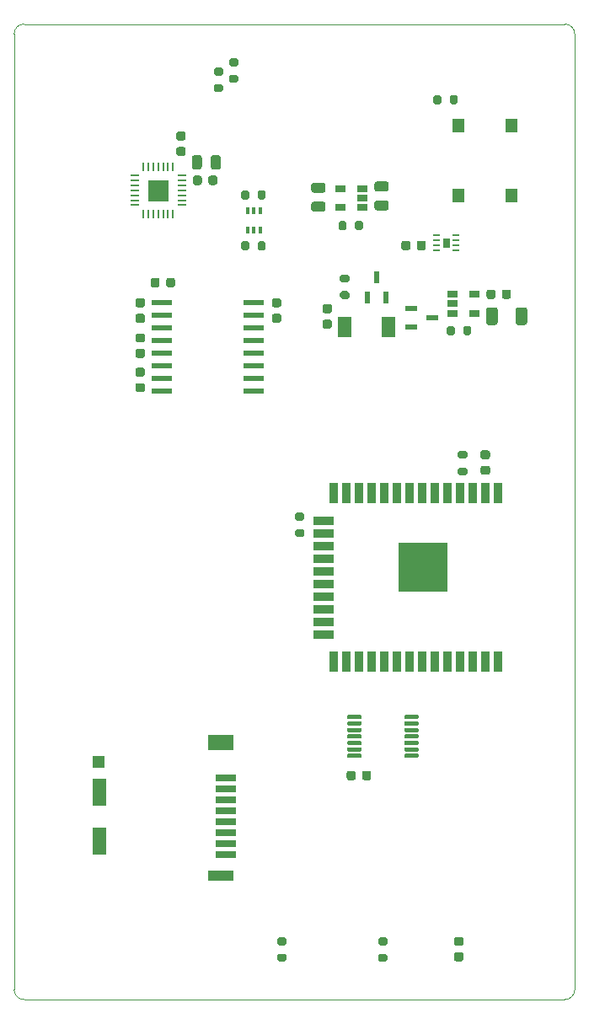
<source format=gtp>
%TF.GenerationSoftware,KiCad,Pcbnew,5.1.10-88a1d61d58~88~ubuntu20.04.1*%
%TF.CreationDate,2021-06-25T13:29:56-05:00*%
%TF.ProjectId,MiOrigin,4d694f72-6967-4696-9e2e-6b696361645f,rev?*%
%TF.SameCoordinates,Original*%
%TF.FileFunction,Paste,Top*%
%TF.FilePolarity,Positive*%
%FSLAX46Y46*%
G04 Gerber Fmt 4.6, Leading zero omitted, Abs format (unit mm)*
G04 Created by KiCad (PCBNEW 5.1.10-88a1d61d58~88~ubuntu20.04.1) date 2021-06-25 13:29:56*
%MOMM*%
%LPD*%
G01*
G04 APERTURE LIST*
%TA.AperFunction,Profile*%
%ADD10C,0.010000*%
%TD*%
%ADD11C,0.010000*%
%ADD12R,0.260000X0.970000*%
%ADD13R,0.970000X0.260000*%
%ADD14R,0.760000X0.270000*%
%ADD15R,1.200000X1.400000*%
%ADD16R,2.000000X0.700000*%
%ADD17R,2.600000X1.000000*%
%ADD18R,2.600000X1.500000*%
%ADD19R,1.400000X2.700000*%
%ADD20R,1.200000X1.200000*%
%ADD21R,2.060000X0.600000*%
%ADD22R,0.400000X0.650000*%
%ADD23R,1.060000X0.650000*%
%ADD24R,1.300000X0.600000*%
%ADD25R,1.400000X2.100000*%
%ADD26R,0.600000X1.300000*%
%ADD27R,0.900000X2.000000*%
%ADD28R,2.000000X0.900000*%
%ADD29R,5.000000X5.000000*%
G04 APERTURE END LIST*
D10*
X125580000Y-143500000D02*
G75*
G02*
X124580000Y-142500000I0J1000000D01*
G01*
X180920000Y-142500000D02*
G75*
G02*
X179920000Y-143500000I-1000000J0D01*
G01*
X179920000Y-45500000D02*
G75*
G02*
X180920000Y-46500000I0J-1000000D01*
G01*
X124580000Y-46500000D02*
G75*
G02*
X125580000Y-45500000I1000000J0D01*
G01*
X124580000Y-142500000D02*
X124580000Y-46500000D01*
X180920000Y-142500000D02*
X180920000Y-46500000D01*
X179920000Y-143500000D02*
X125580000Y-143500000D01*
X125580000Y-45500000D02*
X179920000Y-45500000D01*
D11*
%TO.C,U2*%
G36*
X140050000Y-63200000D02*
G01*
X138050000Y-63200000D01*
X138050000Y-61200000D01*
X140050000Y-61200000D01*
X140050000Y-63200000D01*
G37*
X140050000Y-63200000D02*
X138050000Y-63200000D01*
X138050000Y-61200000D01*
X140050000Y-61200000D01*
X140050000Y-63200000D01*
%TO.C,U6*%
G36*
X167695000Y-67040000D02*
G01*
X168255000Y-67040000D01*
X168255000Y-67860000D01*
X167695000Y-67860000D01*
X167695000Y-67040000D01*
G37*
X167695000Y-67040000D02*
X168255000Y-67040000D01*
X168255000Y-67860000D01*
X167695000Y-67860000D01*
X167695000Y-67040000D01*
%TD*%
%TO.C,C19*%
G36*
G01*
X144350000Y-59875000D02*
X144350000Y-58925000D01*
G75*
G02*
X144600000Y-58675000I250000J0D01*
G01*
X145100000Y-58675000D01*
G75*
G02*
X145350000Y-58925000I0J-250000D01*
G01*
X145350000Y-59875000D01*
G75*
G02*
X145100000Y-60125000I-250000J0D01*
G01*
X144600000Y-60125000D01*
G75*
G02*
X144350000Y-59875000I0J250000D01*
G01*
G37*
G36*
G01*
X142450000Y-59875000D02*
X142450000Y-58925000D01*
G75*
G02*
X142700000Y-58675000I250000J0D01*
G01*
X143200000Y-58675000D01*
G75*
G02*
X143450000Y-58925000I0J-250000D01*
G01*
X143450000Y-59875000D01*
G75*
G02*
X143200000Y-60125000I-250000J0D01*
G01*
X142700000Y-60125000D01*
G75*
G02*
X142450000Y-59875000I0J250000D01*
G01*
G37*
%TD*%
D12*
%TO.C,U2*%
X140550000Y-59830000D03*
X140050000Y-59830000D03*
X139550000Y-59830000D03*
X139050000Y-59830000D03*
X138550000Y-59830000D03*
X138050000Y-59830000D03*
X137550000Y-59830000D03*
X137550000Y-64570000D03*
X138050000Y-64570000D03*
X138550000Y-64570000D03*
X139050000Y-64570000D03*
X139550000Y-64570000D03*
X140050000Y-64570000D03*
X140550000Y-64570000D03*
D13*
X141420000Y-63700000D03*
X141420000Y-63200000D03*
X141420000Y-62700000D03*
X141420000Y-62200000D03*
X141420000Y-61700000D03*
X141420000Y-61200000D03*
X141420000Y-60700000D03*
X136680000Y-60700000D03*
X136680000Y-61200000D03*
X136680000Y-61700000D03*
X136680000Y-62200000D03*
X136680000Y-62700000D03*
X136680000Y-63200000D03*
X136680000Y-63700000D03*
%TD*%
%TO.C,C18*%
G36*
G01*
X144100000Y-61450000D02*
X144100000Y-60950000D01*
G75*
G02*
X144325000Y-60725000I225000J0D01*
G01*
X144775000Y-60725000D01*
G75*
G02*
X145000000Y-60950000I0J-225000D01*
G01*
X145000000Y-61450000D01*
G75*
G02*
X144775000Y-61675000I-225000J0D01*
G01*
X144325000Y-61675000D01*
G75*
G02*
X144100000Y-61450000I0J225000D01*
G01*
G37*
G36*
G01*
X142550000Y-61450000D02*
X142550000Y-60950000D01*
G75*
G02*
X142775000Y-60725000I225000J0D01*
G01*
X143225000Y-60725000D01*
G75*
G02*
X143450000Y-60950000I0J-225000D01*
G01*
X143450000Y-61450000D01*
G75*
G02*
X143225000Y-61675000I-225000J0D01*
G01*
X142775000Y-61675000D01*
G75*
G02*
X142550000Y-61450000I0J225000D01*
G01*
G37*
%TD*%
%TO.C,C10*%
G36*
G01*
X141600000Y-57200000D02*
X141100000Y-57200000D01*
G75*
G02*
X140875000Y-56975000I0J225000D01*
G01*
X140875000Y-56525000D01*
G75*
G02*
X141100000Y-56300000I225000J0D01*
G01*
X141600000Y-56300000D01*
G75*
G02*
X141825000Y-56525000I0J-225000D01*
G01*
X141825000Y-56975000D01*
G75*
G02*
X141600000Y-57200000I-225000J0D01*
G01*
G37*
G36*
G01*
X141600000Y-58750000D02*
X141100000Y-58750000D01*
G75*
G02*
X140875000Y-58525000I0J225000D01*
G01*
X140875000Y-58075000D01*
G75*
G02*
X141100000Y-57850000I225000J0D01*
G01*
X141600000Y-57850000D01*
G75*
G02*
X141825000Y-58075000I0J-225000D01*
G01*
X141825000Y-58525000D01*
G75*
G02*
X141600000Y-58750000I-225000J0D01*
G01*
G37*
%TD*%
%TO.C,U7*%
G36*
G01*
X165240000Y-118920000D02*
X165240000Y-119120000D01*
G75*
G02*
X165140000Y-119220000I-100000J0D01*
G01*
X163865000Y-119220000D01*
G75*
G02*
X163765000Y-119120000I0J100000D01*
G01*
X163765000Y-118920000D01*
G75*
G02*
X163865000Y-118820000I100000J0D01*
G01*
X165140000Y-118820000D01*
G75*
G02*
X165240000Y-118920000I0J-100000D01*
G01*
G37*
G36*
G01*
X165240000Y-118270000D02*
X165240000Y-118470000D01*
G75*
G02*
X165140000Y-118570000I-100000J0D01*
G01*
X163865000Y-118570000D01*
G75*
G02*
X163765000Y-118470000I0J100000D01*
G01*
X163765000Y-118270000D01*
G75*
G02*
X163865000Y-118170000I100000J0D01*
G01*
X165140000Y-118170000D01*
G75*
G02*
X165240000Y-118270000I0J-100000D01*
G01*
G37*
G36*
G01*
X165240000Y-117620000D02*
X165240000Y-117820000D01*
G75*
G02*
X165140000Y-117920000I-100000J0D01*
G01*
X163865000Y-117920000D01*
G75*
G02*
X163765000Y-117820000I0J100000D01*
G01*
X163765000Y-117620000D01*
G75*
G02*
X163865000Y-117520000I100000J0D01*
G01*
X165140000Y-117520000D01*
G75*
G02*
X165240000Y-117620000I0J-100000D01*
G01*
G37*
G36*
G01*
X165240000Y-116970000D02*
X165240000Y-117170000D01*
G75*
G02*
X165140000Y-117270000I-100000J0D01*
G01*
X163865000Y-117270000D01*
G75*
G02*
X163765000Y-117170000I0J100000D01*
G01*
X163765000Y-116970000D01*
G75*
G02*
X163865000Y-116870000I100000J0D01*
G01*
X165140000Y-116870000D01*
G75*
G02*
X165240000Y-116970000I0J-100000D01*
G01*
G37*
G36*
G01*
X165240000Y-116320000D02*
X165240000Y-116520000D01*
G75*
G02*
X165140000Y-116620000I-100000J0D01*
G01*
X163865000Y-116620000D01*
G75*
G02*
X163765000Y-116520000I0J100000D01*
G01*
X163765000Y-116320000D01*
G75*
G02*
X163865000Y-116220000I100000J0D01*
G01*
X165140000Y-116220000D01*
G75*
G02*
X165240000Y-116320000I0J-100000D01*
G01*
G37*
G36*
G01*
X165240000Y-115670000D02*
X165240000Y-115870000D01*
G75*
G02*
X165140000Y-115970000I-100000J0D01*
G01*
X163865000Y-115970000D01*
G75*
G02*
X163765000Y-115870000I0J100000D01*
G01*
X163765000Y-115670000D01*
G75*
G02*
X163865000Y-115570000I100000J0D01*
G01*
X165140000Y-115570000D01*
G75*
G02*
X165240000Y-115670000I0J-100000D01*
G01*
G37*
G36*
G01*
X165240000Y-115020000D02*
X165240000Y-115220000D01*
G75*
G02*
X165140000Y-115320000I-100000J0D01*
G01*
X163865000Y-115320000D01*
G75*
G02*
X163765000Y-115220000I0J100000D01*
G01*
X163765000Y-115020000D01*
G75*
G02*
X163865000Y-114920000I100000J0D01*
G01*
X165140000Y-114920000D01*
G75*
G02*
X165240000Y-115020000I0J-100000D01*
G01*
G37*
G36*
G01*
X159515000Y-115020000D02*
X159515000Y-115220000D01*
G75*
G02*
X159415000Y-115320000I-100000J0D01*
G01*
X158140000Y-115320000D01*
G75*
G02*
X158040000Y-115220000I0J100000D01*
G01*
X158040000Y-115020000D01*
G75*
G02*
X158140000Y-114920000I100000J0D01*
G01*
X159415000Y-114920000D01*
G75*
G02*
X159515000Y-115020000I0J-100000D01*
G01*
G37*
G36*
G01*
X159515000Y-115670000D02*
X159515000Y-115870000D01*
G75*
G02*
X159415000Y-115970000I-100000J0D01*
G01*
X158140000Y-115970000D01*
G75*
G02*
X158040000Y-115870000I0J100000D01*
G01*
X158040000Y-115670000D01*
G75*
G02*
X158140000Y-115570000I100000J0D01*
G01*
X159415000Y-115570000D01*
G75*
G02*
X159515000Y-115670000I0J-100000D01*
G01*
G37*
G36*
G01*
X159515000Y-116320000D02*
X159515000Y-116520000D01*
G75*
G02*
X159415000Y-116620000I-100000J0D01*
G01*
X158140000Y-116620000D01*
G75*
G02*
X158040000Y-116520000I0J100000D01*
G01*
X158040000Y-116320000D01*
G75*
G02*
X158140000Y-116220000I100000J0D01*
G01*
X159415000Y-116220000D01*
G75*
G02*
X159515000Y-116320000I0J-100000D01*
G01*
G37*
G36*
G01*
X159515000Y-116970000D02*
X159515000Y-117170000D01*
G75*
G02*
X159415000Y-117270000I-100000J0D01*
G01*
X158140000Y-117270000D01*
G75*
G02*
X158040000Y-117170000I0J100000D01*
G01*
X158040000Y-116970000D01*
G75*
G02*
X158140000Y-116870000I100000J0D01*
G01*
X159415000Y-116870000D01*
G75*
G02*
X159515000Y-116970000I0J-100000D01*
G01*
G37*
G36*
G01*
X159515000Y-117620000D02*
X159515000Y-117820000D01*
G75*
G02*
X159415000Y-117920000I-100000J0D01*
G01*
X158140000Y-117920000D01*
G75*
G02*
X158040000Y-117820000I0J100000D01*
G01*
X158040000Y-117620000D01*
G75*
G02*
X158140000Y-117520000I100000J0D01*
G01*
X159415000Y-117520000D01*
G75*
G02*
X159515000Y-117620000I0J-100000D01*
G01*
G37*
G36*
G01*
X159515000Y-118270000D02*
X159515000Y-118470000D01*
G75*
G02*
X159415000Y-118570000I-100000J0D01*
G01*
X158140000Y-118570000D01*
G75*
G02*
X158040000Y-118470000I0J100000D01*
G01*
X158040000Y-118270000D01*
G75*
G02*
X158140000Y-118170000I100000J0D01*
G01*
X159415000Y-118170000D01*
G75*
G02*
X159515000Y-118270000I0J-100000D01*
G01*
G37*
G36*
G01*
X159515000Y-118920000D02*
X159515000Y-119120000D01*
G75*
G02*
X159415000Y-119220000I-100000J0D01*
G01*
X158140000Y-119220000D01*
G75*
G02*
X158040000Y-119120000I0J100000D01*
G01*
X158040000Y-118920000D01*
G75*
G02*
X158140000Y-118820000I100000J0D01*
G01*
X159415000Y-118820000D01*
G75*
G02*
X159515000Y-118920000I0J-100000D01*
G01*
G37*
%TD*%
D14*
%TO.C,U6*%
X168960000Y-66700000D03*
X168960000Y-67200000D03*
X168960000Y-67700000D03*
X168960000Y-68200000D03*
X166990000Y-68200000D03*
X166990000Y-67700000D03*
X166990000Y-67200000D03*
X166990000Y-66700000D03*
%TD*%
D15*
%TO.C,S3*%
X169210800Y-55716600D03*
X169210800Y-62716600D03*
%TD*%
%TO.C,S2*%
X174595600Y-55711400D03*
X174595600Y-62711400D03*
%TD*%
D16*
%TO.C,J3*%
X145886800Y-128946400D03*
X145886800Y-127846400D03*
X145886800Y-126746400D03*
X145886800Y-125646400D03*
X145886800Y-124546400D03*
X145886800Y-123446400D03*
X145886800Y-122346400D03*
X145886800Y-121246400D03*
D17*
X145386800Y-131046400D03*
D18*
X145386800Y-117696400D03*
D19*
X133186800Y-122646400D03*
X133186800Y-127546400D03*
D20*
X133086800Y-119596400D03*
%TD*%
%TO.C,C11*%
G36*
G01*
X159550000Y-121250000D02*
X159550000Y-120750000D01*
G75*
G02*
X159775000Y-120525000I225000J0D01*
G01*
X160225000Y-120525000D01*
G75*
G02*
X160450000Y-120750000I0J-225000D01*
G01*
X160450000Y-121250000D01*
G75*
G02*
X160225000Y-121475000I-225000J0D01*
G01*
X159775000Y-121475000D01*
G75*
G02*
X159550000Y-121250000I0J225000D01*
G01*
G37*
G36*
G01*
X158000000Y-121250000D02*
X158000000Y-120750000D01*
G75*
G02*
X158225000Y-120525000I225000J0D01*
G01*
X158675000Y-120525000D01*
G75*
G02*
X158900000Y-120750000I0J-225000D01*
G01*
X158900000Y-121250000D01*
G75*
G02*
X158675000Y-121475000I-225000J0D01*
G01*
X158225000Y-121475000D01*
G75*
G02*
X158000000Y-121250000I0J225000D01*
G01*
G37*
%TD*%
%TO.C,C8*%
G36*
G01*
X165050000Y-68000000D02*
X165050000Y-67500000D01*
G75*
G02*
X165275000Y-67275000I225000J0D01*
G01*
X165725000Y-67275000D01*
G75*
G02*
X165950000Y-67500000I0J-225000D01*
G01*
X165950000Y-68000000D01*
G75*
G02*
X165725000Y-68225000I-225000J0D01*
G01*
X165275000Y-68225000D01*
G75*
G02*
X165050000Y-68000000I0J225000D01*
G01*
G37*
G36*
G01*
X163500000Y-68000000D02*
X163500000Y-67500000D01*
G75*
G02*
X163725000Y-67275000I225000J0D01*
G01*
X164175000Y-67275000D01*
G75*
G02*
X164400000Y-67500000I0J-225000D01*
G01*
X164400000Y-68000000D01*
G75*
G02*
X164175000Y-68225000I-225000J0D01*
G01*
X163725000Y-68225000D01*
G75*
G02*
X163500000Y-68000000I0J225000D01*
G01*
G37*
%TD*%
%TO.C,C4*%
G36*
G01*
X156300000Y-74550000D02*
X155800000Y-74550000D01*
G75*
G02*
X155575000Y-74325000I0J225000D01*
G01*
X155575000Y-73875000D01*
G75*
G02*
X155800000Y-73650000I225000J0D01*
G01*
X156300000Y-73650000D01*
G75*
G02*
X156525000Y-73875000I0J-225000D01*
G01*
X156525000Y-74325000D01*
G75*
G02*
X156300000Y-74550000I-225000J0D01*
G01*
G37*
G36*
G01*
X156300000Y-76100000D02*
X155800000Y-76100000D01*
G75*
G02*
X155575000Y-75875000I0J225000D01*
G01*
X155575000Y-75425000D01*
G75*
G02*
X155800000Y-75200000I225000J0D01*
G01*
X156300000Y-75200000D01*
G75*
G02*
X156525000Y-75425000I0J-225000D01*
G01*
X156525000Y-75875000D01*
G75*
G02*
X156300000Y-76100000I-225000J0D01*
G01*
G37*
%TD*%
%TO.C,C2*%
G36*
G01*
X154681000Y-63346000D02*
X155631000Y-63346000D01*
G75*
G02*
X155881000Y-63596000I0J-250000D01*
G01*
X155881000Y-64096000D01*
G75*
G02*
X155631000Y-64346000I-250000J0D01*
G01*
X154681000Y-64346000D01*
G75*
G02*
X154431000Y-64096000I0J250000D01*
G01*
X154431000Y-63596000D01*
G75*
G02*
X154681000Y-63346000I250000J0D01*
G01*
G37*
G36*
G01*
X154681000Y-61446000D02*
X155631000Y-61446000D01*
G75*
G02*
X155881000Y-61696000I0J-250000D01*
G01*
X155881000Y-62196000D01*
G75*
G02*
X155631000Y-62446000I-250000J0D01*
G01*
X154681000Y-62446000D01*
G75*
G02*
X154431000Y-62196000I0J250000D01*
G01*
X154431000Y-61696000D01*
G75*
G02*
X154681000Y-61446000I250000J0D01*
G01*
G37*
%TD*%
D21*
%TO.C,U8*%
X148690000Y-73510000D03*
X148690000Y-74780000D03*
X148690000Y-76050000D03*
X148690000Y-77320000D03*
X148690000Y-78590000D03*
X148690000Y-79860000D03*
X148690000Y-81130000D03*
X148690000Y-82400000D03*
X139410000Y-82400000D03*
X139410000Y-81130000D03*
X139410000Y-79860000D03*
X139410000Y-78590000D03*
X139410000Y-77320000D03*
X139410000Y-76050000D03*
X139410000Y-74780000D03*
X139410000Y-73510000D03*
%TD*%
%TO.C,C7*%
G36*
G01*
X174975000Y-75500001D02*
X174975000Y-74199999D01*
G75*
G02*
X175224999Y-73950000I249999J0D01*
G01*
X175875001Y-73950000D01*
G75*
G02*
X176125000Y-74199999I0J-249999D01*
G01*
X176125000Y-75500001D01*
G75*
G02*
X175875001Y-75750000I-249999J0D01*
G01*
X175224999Y-75750000D01*
G75*
G02*
X174975000Y-75500001I0J249999D01*
G01*
G37*
G36*
G01*
X172025000Y-75500001D02*
X172025000Y-74199999D01*
G75*
G02*
X172274999Y-73950000I249999J0D01*
G01*
X172925001Y-73950000D01*
G75*
G02*
X173175000Y-74199999I0J-249999D01*
G01*
X173175000Y-75500001D01*
G75*
G02*
X172925001Y-75750000I-249999J0D01*
G01*
X172274999Y-75750000D01*
G75*
G02*
X172025000Y-75500001I0J249999D01*
G01*
G37*
%TD*%
%TO.C,C3*%
G36*
G01*
X161031000Y-63224000D02*
X161981000Y-63224000D01*
G75*
G02*
X162231000Y-63474000I0J-250000D01*
G01*
X162231000Y-63974000D01*
G75*
G02*
X161981000Y-64224000I-250000J0D01*
G01*
X161031000Y-64224000D01*
G75*
G02*
X160781000Y-63974000I0J250000D01*
G01*
X160781000Y-63474000D01*
G75*
G02*
X161031000Y-63224000I250000J0D01*
G01*
G37*
G36*
G01*
X161031000Y-61324000D02*
X161981000Y-61324000D01*
G75*
G02*
X162231000Y-61574000I0J-250000D01*
G01*
X162231000Y-62074000D01*
G75*
G02*
X161981000Y-62324000I-250000J0D01*
G01*
X161031000Y-62324000D01*
G75*
G02*
X160781000Y-62074000I0J250000D01*
G01*
X160781000Y-61574000D01*
G75*
G02*
X161031000Y-61324000I250000J0D01*
G01*
G37*
%TD*%
%TO.C,R17*%
G36*
G01*
X161365000Y-138905600D02*
X161915000Y-138905600D01*
G75*
G02*
X162115000Y-139105600I0J-200000D01*
G01*
X162115000Y-139505600D01*
G75*
G02*
X161915000Y-139705600I-200000J0D01*
G01*
X161365000Y-139705600D01*
G75*
G02*
X161165000Y-139505600I0J200000D01*
G01*
X161165000Y-139105600D01*
G75*
G02*
X161365000Y-138905600I200000J0D01*
G01*
G37*
G36*
G01*
X161365000Y-137255600D02*
X161915000Y-137255600D01*
G75*
G02*
X162115000Y-137455600I0J-200000D01*
G01*
X162115000Y-137855600D01*
G75*
G02*
X161915000Y-138055600I-200000J0D01*
G01*
X161365000Y-138055600D01*
G75*
G02*
X161165000Y-137855600I0J200000D01*
G01*
X161165000Y-137455600D01*
G75*
G02*
X161365000Y-137255600I200000J0D01*
G01*
G37*
%TD*%
%TO.C,R16*%
G36*
G01*
X151205000Y-138892400D02*
X151755000Y-138892400D01*
G75*
G02*
X151955000Y-139092400I0J-200000D01*
G01*
X151955000Y-139492400D01*
G75*
G02*
X151755000Y-139692400I-200000J0D01*
G01*
X151205000Y-139692400D01*
G75*
G02*
X151005000Y-139492400I0J200000D01*
G01*
X151005000Y-139092400D01*
G75*
G02*
X151205000Y-138892400I200000J0D01*
G01*
G37*
G36*
G01*
X151205000Y-137242400D02*
X151755000Y-137242400D01*
G75*
G02*
X151955000Y-137442400I0J-200000D01*
G01*
X151955000Y-137842400D01*
G75*
G02*
X151755000Y-138042400I-200000J0D01*
G01*
X151205000Y-138042400D01*
G75*
G02*
X151005000Y-137842400I0J200000D01*
G01*
X151005000Y-137442400D01*
G75*
G02*
X151205000Y-137242400I200000J0D01*
G01*
G37*
%TD*%
D22*
%TO.C,Q1*%
X148034800Y-64262600D03*
X149334800Y-64262600D03*
X148684800Y-66162600D03*
X148684800Y-64262600D03*
X149334800Y-66162600D03*
X148034800Y-66162600D03*
%TD*%
%TO.C,C9*%
G36*
G01*
X169510000Y-138104000D02*
X169010000Y-138104000D01*
G75*
G02*
X168785000Y-137879000I0J225000D01*
G01*
X168785000Y-137429000D01*
G75*
G02*
X169010000Y-137204000I225000J0D01*
G01*
X169510000Y-137204000D01*
G75*
G02*
X169735000Y-137429000I0J-225000D01*
G01*
X169735000Y-137879000D01*
G75*
G02*
X169510000Y-138104000I-225000J0D01*
G01*
G37*
G36*
G01*
X169510000Y-139654000D02*
X169010000Y-139654000D01*
G75*
G02*
X168785000Y-139429000I0J225000D01*
G01*
X168785000Y-138979000D01*
G75*
G02*
X169010000Y-138754000I225000J0D01*
G01*
X169510000Y-138754000D01*
G75*
G02*
X169735000Y-138979000I0J-225000D01*
G01*
X169735000Y-139429000D01*
G75*
G02*
X169510000Y-139654000I-225000J0D01*
G01*
G37*
%TD*%
%TO.C,R7*%
G36*
G01*
X144829600Y-49878600D02*
X145379600Y-49878600D01*
G75*
G02*
X145579600Y-50078600I0J-200000D01*
G01*
X145579600Y-50478600D01*
G75*
G02*
X145379600Y-50678600I-200000J0D01*
G01*
X144829600Y-50678600D01*
G75*
G02*
X144629600Y-50478600I0J200000D01*
G01*
X144629600Y-50078600D01*
G75*
G02*
X144829600Y-49878600I200000J0D01*
G01*
G37*
G36*
G01*
X144829600Y-51528600D02*
X145379600Y-51528600D01*
G75*
G02*
X145579600Y-51728600I0J-200000D01*
G01*
X145579600Y-52128600D01*
G75*
G02*
X145379600Y-52328600I-200000J0D01*
G01*
X144829600Y-52328600D01*
G75*
G02*
X144629600Y-52128600I0J200000D01*
G01*
X144629600Y-51728600D01*
G75*
G02*
X144829600Y-51528600I200000J0D01*
G01*
G37*
%TD*%
%TO.C,R14*%
G36*
G01*
X167500000Y-52825000D02*
X167500000Y-53375000D01*
G75*
G02*
X167300000Y-53575000I-200000J0D01*
G01*
X166900000Y-53575000D01*
G75*
G02*
X166700000Y-53375000I0J200000D01*
G01*
X166700000Y-52825000D01*
G75*
G02*
X166900000Y-52625000I200000J0D01*
G01*
X167300000Y-52625000D01*
G75*
G02*
X167500000Y-52825000I0J-200000D01*
G01*
G37*
G36*
G01*
X169150000Y-52825000D02*
X169150000Y-53375000D01*
G75*
G02*
X168950000Y-53575000I-200000J0D01*
G01*
X168550000Y-53575000D01*
G75*
G02*
X168350000Y-53375000I0J200000D01*
G01*
X168350000Y-52825000D01*
G75*
G02*
X168550000Y-52625000I200000J0D01*
G01*
X168950000Y-52625000D01*
G75*
G02*
X169150000Y-52825000I0J-200000D01*
G01*
G37*
%TD*%
%TO.C,C17*%
G36*
G01*
X137000000Y-81575000D02*
X137500000Y-81575000D01*
G75*
G02*
X137725000Y-81800000I0J-225000D01*
G01*
X137725000Y-82250000D01*
G75*
G02*
X137500000Y-82475000I-225000J0D01*
G01*
X137000000Y-82475000D01*
G75*
G02*
X136775000Y-82250000I0J225000D01*
G01*
X136775000Y-81800000D01*
G75*
G02*
X137000000Y-81575000I225000J0D01*
G01*
G37*
G36*
G01*
X137000000Y-80025000D02*
X137500000Y-80025000D01*
G75*
G02*
X137725000Y-80250000I0J-225000D01*
G01*
X137725000Y-80700000D01*
G75*
G02*
X137500000Y-80925000I-225000J0D01*
G01*
X137000000Y-80925000D01*
G75*
G02*
X136775000Y-80700000I0J225000D01*
G01*
X136775000Y-80250000D01*
G75*
G02*
X137000000Y-80025000I225000J0D01*
G01*
G37*
%TD*%
%TO.C,C16*%
G36*
G01*
X137510000Y-73960000D02*
X137010000Y-73960000D01*
G75*
G02*
X136785000Y-73735000I0J225000D01*
G01*
X136785000Y-73285000D01*
G75*
G02*
X137010000Y-73060000I225000J0D01*
G01*
X137510000Y-73060000D01*
G75*
G02*
X137735000Y-73285000I0J-225000D01*
G01*
X137735000Y-73735000D01*
G75*
G02*
X137510000Y-73960000I-225000J0D01*
G01*
G37*
G36*
G01*
X137510000Y-75510000D02*
X137010000Y-75510000D01*
G75*
G02*
X136785000Y-75285000I0J225000D01*
G01*
X136785000Y-74835000D01*
G75*
G02*
X137010000Y-74610000I225000J0D01*
G01*
X137510000Y-74610000D01*
G75*
G02*
X137735000Y-74835000I0J-225000D01*
G01*
X137735000Y-75285000D01*
G75*
G02*
X137510000Y-75510000I-225000J0D01*
G01*
G37*
%TD*%
%TO.C,C15*%
G36*
G01*
X137010000Y-78140000D02*
X137510000Y-78140000D01*
G75*
G02*
X137735000Y-78365000I0J-225000D01*
G01*
X137735000Y-78815000D01*
G75*
G02*
X137510000Y-79040000I-225000J0D01*
G01*
X137010000Y-79040000D01*
G75*
G02*
X136785000Y-78815000I0J225000D01*
G01*
X136785000Y-78365000D01*
G75*
G02*
X137010000Y-78140000I225000J0D01*
G01*
G37*
G36*
G01*
X137010000Y-76590000D02*
X137510000Y-76590000D01*
G75*
G02*
X137735000Y-76815000I0J-225000D01*
G01*
X137735000Y-77265000D01*
G75*
G02*
X137510000Y-77490000I-225000J0D01*
G01*
X137010000Y-77490000D01*
G75*
G02*
X136785000Y-77265000I0J225000D01*
G01*
X136785000Y-76815000D01*
G75*
G02*
X137010000Y-76590000I225000J0D01*
G01*
G37*
%TD*%
%TO.C,C14*%
G36*
G01*
X139858000Y-71728000D02*
X139858000Y-71228000D01*
G75*
G02*
X140083000Y-71003000I225000J0D01*
G01*
X140533000Y-71003000D01*
G75*
G02*
X140758000Y-71228000I0J-225000D01*
G01*
X140758000Y-71728000D01*
G75*
G02*
X140533000Y-71953000I-225000J0D01*
G01*
X140083000Y-71953000D01*
G75*
G02*
X139858000Y-71728000I0J225000D01*
G01*
G37*
G36*
G01*
X138308000Y-71728000D02*
X138308000Y-71228000D01*
G75*
G02*
X138533000Y-71003000I225000J0D01*
G01*
X138983000Y-71003000D01*
G75*
G02*
X139208000Y-71228000I0J-225000D01*
G01*
X139208000Y-71728000D01*
G75*
G02*
X138983000Y-71953000I-225000J0D01*
G01*
X138533000Y-71953000D01*
G75*
G02*
X138308000Y-71728000I0J225000D01*
G01*
G37*
%TD*%
%TO.C,C13*%
G36*
G01*
X150700000Y-74610000D02*
X151200000Y-74610000D01*
G75*
G02*
X151425000Y-74835000I0J-225000D01*
G01*
X151425000Y-75285000D01*
G75*
G02*
X151200000Y-75510000I-225000J0D01*
G01*
X150700000Y-75510000D01*
G75*
G02*
X150475000Y-75285000I0J225000D01*
G01*
X150475000Y-74835000D01*
G75*
G02*
X150700000Y-74610000I225000J0D01*
G01*
G37*
G36*
G01*
X150700000Y-73060000D02*
X151200000Y-73060000D01*
G75*
G02*
X151425000Y-73285000I0J-225000D01*
G01*
X151425000Y-73735000D01*
G75*
G02*
X151200000Y-73960000I-225000J0D01*
G01*
X150700000Y-73960000D01*
G75*
G02*
X150475000Y-73735000I0J225000D01*
G01*
X150475000Y-73285000D01*
G75*
G02*
X150700000Y-73060000I225000J0D01*
G01*
G37*
%TD*%
%TO.C,C12*%
G36*
G01*
X172177000Y-89222000D02*
X171677000Y-89222000D01*
G75*
G02*
X171452000Y-88997000I0J225000D01*
G01*
X171452000Y-88547000D01*
G75*
G02*
X171677000Y-88322000I225000J0D01*
G01*
X172177000Y-88322000D01*
G75*
G02*
X172402000Y-88547000I0J-225000D01*
G01*
X172402000Y-88997000D01*
G75*
G02*
X172177000Y-89222000I-225000J0D01*
G01*
G37*
G36*
G01*
X172177000Y-90772000D02*
X171677000Y-90772000D01*
G75*
G02*
X171452000Y-90547000I0J225000D01*
G01*
X171452000Y-90097000D01*
G75*
G02*
X171677000Y-89872000I225000J0D01*
G01*
X172177000Y-89872000D01*
G75*
G02*
X172402000Y-90097000I0J-225000D01*
G01*
X172402000Y-90547000D01*
G75*
G02*
X172177000Y-90772000I-225000J0D01*
G01*
G37*
%TD*%
D23*
%TO.C,U3*%
X159558000Y-63912000D03*
X159558000Y-62962000D03*
X159558000Y-62012000D03*
X157358000Y-62012000D03*
X157358000Y-63912000D03*
%TD*%
%TO.C,R12*%
G36*
G01*
X153558400Y-95383600D02*
X153008400Y-95383600D01*
G75*
G02*
X152808400Y-95183600I0J200000D01*
G01*
X152808400Y-94783600D01*
G75*
G02*
X153008400Y-94583600I200000J0D01*
G01*
X153558400Y-94583600D01*
G75*
G02*
X153758400Y-94783600I0J-200000D01*
G01*
X153758400Y-95183600D01*
G75*
G02*
X153558400Y-95383600I-200000J0D01*
G01*
G37*
G36*
G01*
X153558400Y-97033600D02*
X153008400Y-97033600D01*
G75*
G02*
X152808400Y-96833600I0J200000D01*
G01*
X152808400Y-96433600D01*
G75*
G02*
X153008400Y-96233600I200000J0D01*
G01*
X153558400Y-96233600D01*
G75*
G02*
X153758400Y-96433600I0J-200000D01*
G01*
X153758400Y-96833600D01*
G75*
G02*
X153558400Y-97033600I-200000J0D01*
G01*
G37*
%TD*%
%TO.C,R9*%
G36*
G01*
X158820000Y-66031000D02*
X158820000Y-65481000D01*
G75*
G02*
X159020000Y-65281000I200000J0D01*
G01*
X159420000Y-65281000D01*
G75*
G02*
X159620000Y-65481000I0J-200000D01*
G01*
X159620000Y-66031000D01*
G75*
G02*
X159420000Y-66231000I-200000J0D01*
G01*
X159020000Y-66231000D01*
G75*
G02*
X158820000Y-66031000I0J200000D01*
G01*
G37*
G36*
G01*
X157170000Y-66031000D02*
X157170000Y-65481000D01*
G75*
G02*
X157370000Y-65281000I200000J0D01*
G01*
X157770000Y-65281000D01*
G75*
G02*
X157970000Y-65481000I0J-200000D01*
G01*
X157970000Y-66031000D01*
G75*
G02*
X157770000Y-66231000I-200000J0D01*
G01*
X157370000Y-66231000D01*
G75*
G02*
X157170000Y-66031000I0J200000D01*
G01*
G37*
%TD*%
%TO.C,R3*%
G36*
G01*
X169366000Y-90035000D02*
X169916000Y-90035000D01*
G75*
G02*
X170116000Y-90235000I0J-200000D01*
G01*
X170116000Y-90635000D01*
G75*
G02*
X169916000Y-90835000I-200000J0D01*
G01*
X169366000Y-90835000D01*
G75*
G02*
X169166000Y-90635000I0J200000D01*
G01*
X169166000Y-90235000D01*
G75*
G02*
X169366000Y-90035000I200000J0D01*
G01*
G37*
G36*
G01*
X169366000Y-88385000D02*
X169916000Y-88385000D01*
G75*
G02*
X170116000Y-88585000I0J-200000D01*
G01*
X170116000Y-88985000D01*
G75*
G02*
X169916000Y-89185000I-200000J0D01*
G01*
X169366000Y-89185000D01*
G75*
G02*
X169166000Y-88985000I0J200000D01*
G01*
X169166000Y-88585000D01*
G75*
G02*
X169366000Y-88385000I200000J0D01*
G01*
G37*
%TD*%
D24*
%TO.C,Q5*%
X166600000Y-75000000D03*
X164500000Y-75950000D03*
X164500000Y-74050000D03*
%TD*%
%TO.C,C5*%
G36*
G01*
X172050000Y-72900000D02*
X172050000Y-72400000D01*
G75*
G02*
X172275000Y-72175000I225000J0D01*
G01*
X172725000Y-72175000D01*
G75*
G02*
X172950000Y-72400000I0J-225000D01*
G01*
X172950000Y-72900000D01*
G75*
G02*
X172725000Y-73125000I-225000J0D01*
G01*
X172275000Y-73125000D01*
G75*
G02*
X172050000Y-72900000I0J225000D01*
G01*
G37*
G36*
G01*
X173600000Y-72900000D02*
X173600000Y-72400000D01*
G75*
G02*
X173825000Y-72175000I225000J0D01*
G01*
X174275000Y-72175000D01*
G75*
G02*
X174500000Y-72400000I0J-225000D01*
G01*
X174500000Y-72900000D01*
G75*
G02*
X174275000Y-73125000I-225000J0D01*
G01*
X173825000Y-73125000D01*
G75*
G02*
X173600000Y-72900000I0J225000D01*
G01*
G37*
%TD*%
D25*
%TO.C,D3*%
X157800000Y-75900000D03*
X162200000Y-75900000D03*
%TD*%
D26*
%TO.C,Q2*%
X161000000Y-70900000D03*
X161950000Y-73000000D03*
X160050000Y-73000000D03*
%TD*%
%TO.C,R1*%
G36*
G01*
X149046800Y-68068200D02*
X149046800Y-67518200D01*
G75*
G02*
X149246800Y-67318200I200000J0D01*
G01*
X149646800Y-67318200D01*
G75*
G02*
X149846800Y-67518200I0J-200000D01*
G01*
X149846800Y-68068200D01*
G75*
G02*
X149646800Y-68268200I-200000J0D01*
G01*
X149246800Y-68268200D01*
G75*
G02*
X149046800Y-68068200I0J200000D01*
G01*
G37*
G36*
G01*
X147396800Y-68068200D02*
X147396800Y-67518200D01*
G75*
G02*
X147596800Y-67318200I200000J0D01*
G01*
X147996800Y-67318200D01*
G75*
G02*
X148196800Y-67518200I0J-200000D01*
G01*
X148196800Y-68068200D01*
G75*
G02*
X147996800Y-68268200I-200000J0D01*
G01*
X147596800Y-68268200D01*
G75*
G02*
X147396800Y-68068200I0J200000D01*
G01*
G37*
%TD*%
%TO.C,R2*%
G36*
G01*
X147396800Y-62937400D02*
X147396800Y-62387400D01*
G75*
G02*
X147596800Y-62187400I200000J0D01*
G01*
X147996800Y-62187400D01*
G75*
G02*
X148196800Y-62387400I0J-200000D01*
G01*
X148196800Y-62937400D01*
G75*
G02*
X147996800Y-63137400I-200000J0D01*
G01*
X147596800Y-63137400D01*
G75*
G02*
X147396800Y-62937400I0J200000D01*
G01*
G37*
G36*
G01*
X149046800Y-62937400D02*
X149046800Y-62387400D01*
G75*
G02*
X149246800Y-62187400I200000J0D01*
G01*
X149646800Y-62187400D01*
G75*
G02*
X149846800Y-62387400I0J-200000D01*
G01*
X149846800Y-62937400D01*
G75*
G02*
X149646800Y-63137400I-200000J0D01*
G01*
X149246800Y-63137400D01*
G75*
G02*
X149046800Y-62937400I0J200000D01*
G01*
G37*
%TD*%
%TO.C,R8*%
G36*
G01*
X146925000Y-49750000D02*
X146375000Y-49750000D01*
G75*
G02*
X146175000Y-49550000I0J200000D01*
G01*
X146175000Y-49150000D01*
G75*
G02*
X146375000Y-48950000I200000J0D01*
G01*
X146925000Y-48950000D01*
G75*
G02*
X147125000Y-49150000I0J-200000D01*
G01*
X147125000Y-49550000D01*
G75*
G02*
X146925000Y-49750000I-200000J0D01*
G01*
G37*
G36*
G01*
X146925000Y-51400000D02*
X146375000Y-51400000D01*
G75*
G02*
X146175000Y-51200000I0J200000D01*
G01*
X146175000Y-50800000D01*
G75*
G02*
X146375000Y-50600000I200000J0D01*
G01*
X146925000Y-50600000D01*
G75*
G02*
X147125000Y-50800000I0J-200000D01*
G01*
X147125000Y-51200000D01*
G75*
G02*
X146925000Y-51400000I-200000J0D01*
G01*
G37*
%TD*%
%TO.C,R10*%
G36*
G01*
X158075000Y-73125000D02*
X157525000Y-73125000D01*
G75*
G02*
X157325000Y-72925000I0J200000D01*
G01*
X157325000Y-72525000D01*
G75*
G02*
X157525000Y-72325000I200000J0D01*
G01*
X158075000Y-72325000D01*
G75*
G02*
X158275000Y-72525000I0J-200000D01*
G01*
X158275000Y-72925000D01*
G75*
G02*
X158075000Y-73125000I-200000J0D01*
G01*
G37*
G36*
G01*
X158075000Y-71475000D02*
X157525000Y-71475000D01*
G75*
G02*
X157325000Y-71275000I0J200000D01*
G01*
X157325000Y-70875000D01*
G75*
G02*
X157525000Y-70675000I200000J0D01*
G01*
X158075000Y-70675000D01*
G75*
G02*
X158275000Y-70875000I0J-200000D01*
G01*
X158275000Y-71275000D01*
G75*
G02*
X158075000Y-71475000I-200000J0D01*
G01*
G37*
%TD*%
%TO.C,R11*%
G36*
G01*
X168850000Y-76025000D02*
X168850000Y-76575000D01*
G75*
G02*
X168650000Y-76775000I-200000J0D01*
G01*
X168250000Y-76775000D01*
G75*
G02*
X168050000Y-76575000I0J200000D01*
G01*
X168050000Y-76025000D01*
G75*
G02*
X168250000Y-75825000I200000J0D01*
G01*
X168650000Y-75825000D01*
G75*
G02*
X168850000Y-76025000I0J-200000D01*
G01*
G37*
G36*
G01*
X170500000Y-76025000D02*
X170500000Y-76575000D01*
G75*
G02*
X170300000Y-76775000I-200000J0D01*
G01*
X169900000Y-76775000D01*
G75*
G02*
X169700000Y-76575000I0J200000D01*
G01*
X169700000Y-76025000D01*
G75*
G02*
X169900000Y-75825000I200000J0D01*
G01*
X170300000Y-75825000D01*
G75*
G02*
X170500000Y-76025000I0J-200000D01*
G01*
G37*
%TD*%
D27*
%TO.C,U1*%
X173204000Y-109588000D03*
X171934000Y-109588000D03*
X170664000Y-109588000D03*
X169394000Y-109588000D03*
X168124000Y-109588000D03*
X166854000Y-109588000D03*
X165584000Y-109588000D03*
X164314000Y-109588000D03*
X163044000Y-109588000D03*
X161774000Y-109588000D03*
X160504000Y-109588000D03*
X159234000Y-109588000D03*
X157964000Y-109588000D03*
X156694000Y-109588000D03*
D28*
X155694000Y-106803000D03*
X155694000Y-105533000D03*
X155694000Y-104263000D03*
X155694000Y-102993000D03*
X155694000Y-101723000D03*
X155694000Y-100453000D03*
X155694000Y-99183000D03*
X155694000Y-97913000D03*
X155694000Y-96643000D03*
X155694000Y-95373000D03*
D27*
X156694000Y-92588000D03*
X157964000Y-92588000D03*
X159234000Y-92588000D03*
X160504000Y-92588000D03*
X161774000Y-92588000D03*
X163044000Y-92588000D03*
X164314000Y-92588000D03*
X165584000Y-92588000D03*
X166854000Y-92588000D03*
X168124000Y-92588000D03*
X169394000Y-92588000D03*
X170664000Y-92588000D03*
X171934000Y-92588000D03*
X173204000Y-92588000D03*
D29*
X165704000Y-100088000D03*
%TD*%
D23*
%TO.C,U5*%
X168600000Y-72650000D03*
X168600000Y-73600000D03*
X168600000Y-74550000D03*
X170800000Y-74550000D03*
X170800000Y-72650000D03*
%TD*%
M02*

</source>
